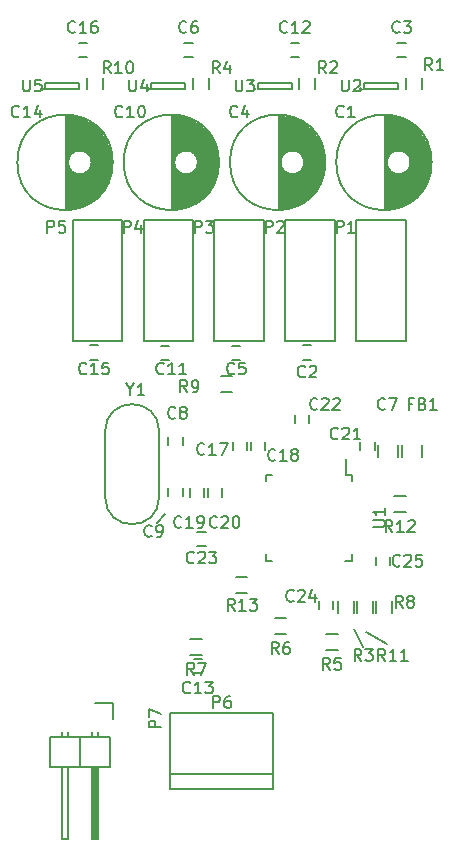
<source format=gto>
G04 #@! TF.FileFunction,Legend,Top*
%FSLAX46Y46*%
G04 Gerber Fmt 4.6, Leading zero omitted, Abs format (unit mm)*
G04 Created by KiCad (PCBNEW 4.0.4+dfsg1-stable) date Sun Aug 27 23:53:47 2017*
%MOMM*%
%LPD*%
G01*
G04 APERTURE LIST*
%ADD10C,0.100000*%
%ADD11C,0.200000*%
%ADD12C,0.150000*%
G04 APERTURE END LIST*
D10*
D11*
X105000000Y-120500000D02*
X105750000Y-119750000D01*
X124500000Y-130750000D02*
X122750000Y-129750000D01*
X122500000Y-131000000D02*
X121750000Y-129500000D01*
D12*
X120100000Y-94875000D02*
X120100000Y-105125000D01*
X115900000Y-94875000D02*
X115900000Y-105125000D01*
X120100000Y-94875000D02*
X115900000Y-94875000D01*
X120100000Y-105125000D02*
X115900000Y-105125000D01*
X109158520Y-122520000D02*
X108458520Y-122520000D01*
X108458520Y-121320000D02*
X109158520Y-121320000D01*
X104400000Y-83800000D02*
G75*
G03X104400000Y-83800000I-100000J0D01*
G01*
X104550000Y-83250000D02*
X104550000Y-83750000D01*
X107450000Y-83250000D02*
X104550000Y-83250000D01*
X107450000Y-83750000D02*
X107450000Y-83250000D01*
X104550000Y-83750000D02*
X107450000Y-83750000D01*
X95400000Y-83800000D02*
G75*
G03X95400000Y-83800000I-100000J0D01*
G01*
X95550000Y-83250000D02*
X95550000Y-83750000D01*
X98450000Y-83250000D02*
X95550000Y-83250000D01*
X98450000Y-83750000D02*
X98450000Y-83250000D01*
X95550000Y-83750000D02*
X98450000Y-83750000D01*
X122400000Y-83800000D02*
G75*
G03X122400000Y-83800000I-100000J0D01*
G01*
X122550000Y-83250000D02*
X122550000Y-83750000D01*
X125450000Y-83250000D02*
X122550000Y-83250000D01*
X125450000Y-83750000D02*
X125450000Y-83250000D01*
X122550000Y-83750000D02*
X125450000Y-83750000D01*
X113400000Y-83800000D02*
G75*
G03X113400000Y-83800000I-100000J0D01*
G01*
X113550000Y-83250000D02*
X113550000Y-83750000D01*
X116450000Y-83250000D02*
X113550000Y-83250000D01*
X116450000Y-83750000D02*
X116450000Y-83250000D01*
X113550000Y-83750000D02*
X116450000Y-83750000D01*
X101350000Y-135800000D02*
X99800000Y-135800000D01*
X101350000Y-137100000D02*
X101350000Y-135800000D01*
X99927000Y-141291000D02*
X99927000Y-147133000D01*
X99927000Y-147133000D02*
X99673000Y-147133000D01*
X99673000Y-147133000D02*
X99673000Y-141291000D01*
X99673000Y-141291000D02*
X99800000Y-141291000D01*
X99800000Y-141291000D02*
X99800000Y-147133000D01*
X100054000Y-138624000D02*
X100054000Y-138243000D01*
X99546000Y-138624000D02*
X99546000Y-138243000D01*
X97514000Y-138624000D02*
X97514000Y-138243000D01*
X97006000Y-138624000D02*
X97006000Y-138243000D01*
X101070000Y-138624000D02*
X101070000Y-141164000D01*
X98530000Y-138624000D02*
X98530000Y-141164000D01*
X98530000Y-138624000D02*
X95990000Y-138624000D01*
X95990000Y-138624000D02*
X95990000Y-141164000D01*
X97514000Y-141164000D02*
X97514000Y-147260000D01*
X97514000Y-147260000D02*
X97006000Y-147260000D01*
X97006000Y-147260000D02*
X97006000Y-141164000D01*
X95990000Y-141164000D02*
X98530000Y-141164000D01*
X98530000Y-141164000D02*
X101070000Y-141164000D01*
X99546000Y-147260000D02*
X99546000Y-141164000D01*
X100054000Y-147260000D02*
X99546000Y-147260000D01*
X100054000Y-141164000D02*
X100054000Y-147260000D01*
X98530000Y-138624000D02*
X98530000Y-141164000D01*
X101070000Y-138624000D02*
X98530000Y-138624000D01*
X126125000Y-83825000D02*
X126125000Y-82825000D01*
X127475000Y-82825000D02*
X127475000Y-83825000D01*
X117075000Y-83825000D02*
X117075000Y-82825000D01*
X118425000Y-82825000D02*
X118425000Y-83825000D01*
X121675000Y-127150000D02*
X121675000Y-128150000D01*
X120325000Y-128150000D02*
X120325000Y-127150000D01*
X108075000Y-83825000D02*
X108075000Y-82825000D01*
X109425000Y-82825000D02*
X109425000Y-83825000D01*
X119350000Y-129925000D02*
X120350000Y-129925000D01*
X120350000Y-131275000D02*
X119350000Y-131275000D01*
X115000000Y-128600000D02*
X116000000Y-128600000D01*
X116000000Y-129950000D02*
X115000000Y-129950000D01*
X107850000Y-130355000D02*
X108850000Y-130355000D01*
X108850000Y-131705000D02*
X107850000Y-131705000D01*
X123550000Y-128150000D02*
X123550000Y-127150000D01*
X124900000Y-127150000D02*
X124900000Y-128150000D01*
X110426880Y-108103040D02*
X111426880Y-108103040D01*
X111426880Y-109453040D02*
X110426880Y-109453040D01*
X99100000Y-83825000D02*
X99100000Y-82825000D01*
X100450000Y-82825000D02*
X100450000Y-83825000D01*
X123300000Y-127150000D02*
X123300000Y-128150000D01*
X121950000Y-128150000D02*
X121950000Y-127150000D01*
X125100000Y-118275000D02*
X126100000Y-118275000D01*
X126100000Y-119625000D02*
X125100000Y-119625000D01*
X112700000Y-126475000D02*
X111700000Y-126475000D01*
X111700000Y-125125000D02*
X112700000Y-125125000D01*
X121506400Y-116471280D02*
X121081400Y-116471280D01*
X121506400Y-123721280D02*
X120981400Y-123721280D01*
X114256400Y-123721280D02*
X114781400Y-123721280D01*
X114256400Y-116471280D02*
X114781400Y-116471280D01*
X121506400Y-116471280D02*
X121506400Y-116996280D01*
X114256400Y-116471280D02*
X114256400Y-116996280D01*
X114256400Y-123721280D02*
X114256400Y-123196280D01*
X121506400Y-123721280D02*
X121506400Y-123196280D01*
X121081400Y-116471280D02*
X121081400Y-115096280D01*
X108100000Y-94875000D02*
X108100000Y-105125000D01*
X103900000Y-94875000D02*
X103900000Y-105125000D01*
X108100000Y-94875000D02*
X103900000Y-94875000D01*
X108100000Y-105125000D02*
X103900000Y-105125000D01*
X102100000Y-94875000D02*
X102100000Y-105125000D01*
X97900000Y-94875000D02*
X97900000Y-105125000D01*
X102100000Y-94875000D02*
X97900000Y-94875000D01*
X102100000Y-105125000D02*
X97900000Y-105125000D01*
X114100000Y-94875000D02*
X114100000Y-105125000D01*
X109900000Y-94875000D02*
X109900000Y-105125000D01*
X114100000Y-94875000D02*
X109900000Y-94875000D01*
X114100000Y-105125000D02*
X109900000Y-105125000D01*
X126100000Y-94875000D02*
X126100000Y-105125000D01*
X121900000Y-94875000D02*
X121900000Y-105125000D01*
X126100000Y-94875000D02*
X121900000Y-94875000D01*
X126100000Y-105125000D02*
X121900000Y-105125000D01*
X124800000Y-123425000D02*
X124800000Y-124125000D01*
X123600000Y-124125000D02*
X123600000Y-123425000D01*
X119950000Y-127150000D02*
X119950000Y-127850000D01*
X118750000Y-127850000D02*
X118750000Y-127150000D01*
X116740380Y-112107460D02*
X116740380Y-111407460D01*
X117940380Y-111407460D02*
X117940380Y-112107460D01*
X122262340Y-114345200D02*
X122262340Y-113645200D01*
X123462340Y-113645200D02*
X123462340Y-114345200D01*
X109321040Y-118305060D02*
X109321040Y-117605060D01*
X110521040Y-117605060D02*
X110521040Y-118305060D01*
X107802120Y-118305060D02*
X107802120Y-117605060D01*
X109002120Y-117605060D02*
X109002120Y-118305060D01*
X112979440Y-114369020D02*
X112979440Y-113669020D01*
X114179440Y-113669020D02*
X114179440Y-114369020D01*
X111445280Y-114369020D02*
X111445280Y-113669020D01*
X112645280Y-113669020D02*
X112645280Y-114369020D01*
X98400000Y-79900000D02*
X99100000Y-79900000D01*
X99100000Y-81100000D02*
X98400000Y-81100000D01*
X99350000Y-105500000D02*
X100050000Y-105500000D01*
X100050000Y-106700000D02*
X99350000Y-106700000D01*
X108843590Y-133211730D02*
X108143590Y-133211730D01*
X108143590Y-132011730D02*
X108843590Y-132011730D01*
X116350000Y-79900000D02*
X117050000Y-79900000D01*
X117050000Y-81100000D02*
X116350000Y-81100000D01*
X105350000Y-105550000D02*
X106050000Y-105550000D01*
X106050000Y-106750000D02*
X105350000Y-106750000D01*
X107208880Y-117566960D02*
X107208880Y-118266960D01*
X106008880Y-118266960D02*
X106008880Y-117566960D01*
X106008880Y-113948960D02*
X106008880Y-113248960D01*
X107208880Y-113248960D02*
X107208880Y-113948960D01*
X107350000Y-79900000D02*
X108050000Y-79900000D01*
X108050000Y-81100000D02*
X107350000Y-81100000D01*
X111400000Y-105550000D02*
X112100000Y-105550000D01*
X112100000Y-106750000D02*
X111400000Y-106750000D01*
X125400000Y-79900000D02*
X126100000Y-79900000D01*
X126100000Y-81100000D02*
X125400000Y-81100000D01*
X117400000Y-105500000D02*
X118100000Y-105500000D01*
X118100000Y-106700000D02*
X117400000Y-106700000D01*
X124990000Y-92270000D02*
X124990000Y-92260000D01*
X124990000Y-91630000D02*
X124990000Y-92270000D01*
X124880000Y-90830000D02*
X124990000Y-91630000D01*
X124890000Y-93860000D02*
X124880000Y-90830000D01*
X124740000Y-94000000D02*
X124890000Y-93860000D01*
X124740000Y-90770000D02*
X124740000Y-94000000D01*
X124600000Y-90510000D02*
X124740000Y-90770000D01*
X124590000Y-94030000D02*
X124600000Y-90510000D01*
X124880000Y-89120000D02*
X124880000Y-89140000D01*
X124880000Y-86120000D02*
X124880000Y-89120000D01*
X124730000Y-86060000D02*
X124880000Y-86120000D01*
X124740000Y-89290000D02*
X124730000Y-86060000D01*
X124610000Y-89480000D02*
X124740000Y-89290000D01*
X124600000Y-86010000D02*
X124610000Y-89480000D01*
X124325000Y-86001000D02*
X124325000Y-93999000D01*
X124465000Y-86006000D02*
X124465000Y-93994000D01*
X125025000Y-86076000D02*
X125030000Y-89130000D01*
X125050000Y-90900000D02*
X125025000Y-93924000D01*
X125165000Y-86106000D02*
X125170000Y-89070000D01*
X125150000Y-90950000D02*
X125165000Y-93894000D01*
X125305000Y-86142000D02*
X125310000Y-88960000D01*
X125300000Y-90980000D02*
X125305000Y-93858000D01*
X125445000Y-86183000D02*
X125450000Y-89000000D01*
X125430000Y-91010000D02*
X125445000Y-93817000D01*
X125585000Y-86229000D02*
X125590000Y-88960000D01*
X125570000Y-91010000D02*
X125585000Y-93771000D01*
X125725000Y-86282000D02*
X125725000Y-89039000D01*
X125720000Y-91020000D02*
X125725000Y-93718000D01*
X125865000Y-86341000D02*
X125865000Y-89009000D01*
X125865000Y-90991000D02*
X125865000Y-93659000D01*
X126005000Y-86406000D02*
X126000000Y-89120000D01*
X126000000Y-90880000D02*
X126005000Y-93594000D01*
X126145000Y-86477000D02*
X126130000Y-89170000D01*
X126150000Y-90800000D02*
X126145000Y-93523000D01*
X126285000Y-86556000D02*
X126280000Y-89330000D01*
X126300000Y-90630000D02*
X126285000Y-93444000D01*
X126425000Y-86643000D02*
X126430000Y-89560000D01*
X126430000Y-90420000D02*
X126425000Y-93357000D01*
X126565000Y-86738000D02*
X126565000Y-89175000D01*
X126570000Y-89200000D02*
X126565000Y-93262000D01*
X126705000Y-86842000D02*
X126705000Y-89291000D01*
X126710000Y-89320000D02*
X126705000Y-93158000D01*
X126845000Y-86956000D02*
X126850000Y-90560000D01*
X126845000Y-90535000D02*
X126845000Y-93044000D01*
X126985000Y-87081000D02*
X126985000Y-89827000D01*
X126980000Y-89790000D02*
X126985000Y-92919000D01*
X127125000Y-87219000D02*
X127125000Y-92781000D01*
X127265000Y-87371000D02*
X127265000Y-92629000D01*
X127405000Y-87541000D02*
X127405000Y-92459000D01*
X127545000Y-87732000D02*
X127545000Y-92268000D01*
X127685000Y-87950000D02*
X127685000Y-92050000D01*
X127825000Y-88206000D02*
X127825000Y-91794000D01*
X127965000Y-88517000D02*
X127965000Y-91483000D01*
X128080000Y-88850000D02*
X128090000Y-91150000D01*
X128200000Y-89330000D02*
X128220000Y-90620000D01*
X126500000Y-90000000D02*
G75*
G03X126500000Y-90000000I-1000000J0D01*
G01*
X128287500Y-90000000D02*
G75*
G03X128287500Y-90000000I-4037500J0D01*
G01*
X97990000Y-92270000D02*
X97990000Y-92260000D01*
X97990000Y-91630000D02*
X97990000Y-92270000D01*
X97880000Y-90830000D02*
X97990000Y-91630000D01*
X97890000Y-93860000D02*
X97880000Y-90830000D01*
X97740000Y-94000000D02*
X97890000Y-93860000D01*
X97740000Y-90770000D02*
X97740000Y-94000000D01*
X97600000Y-90510000D02*
X97740000Y-90770000D01*
X97590000Y-94030000D02*
X97600000Y-90510000D01*
X97880000Y-89120000D02*
X97880000Y-89140000D01*
X97880000Y-86120000D02*
X97880000Y-89120000D01*
X97730000Y-86060000D02*
X97880000Y-86120000D01*
X97740000Y-89290000D02*
X97730000Y-86060000D01*
X97610000Y-89480000D02*
X97740000Y-89290000D01*
X97600000Y-86010000D02*
X97610000Y-89480000D01*
X97325000Y-86001000D02*
X97325000Y-93999000D01*
X97465000Y-86006000D02*
X97465000Y-93994000D01*
X98025000Y-86076000D02*
X98030000Y-89130000D01*
X98050000Y-90900000D02*
X98025000Y-93924000D01*
X98165000Y-86106000D02*
X98170000Y-89070000D01*
X98150000Y-90950000D02*
X98165000Y-93894000D01*
X98305000Y-86142000D02*
X98310000Y-88960000D01*
X98300000Y-90980000D02*
X98305000Y-93858000D01*
X98445000Y-86183000D02*
X98450000Y-89000000D01*
X98430000Y-91010000D02*
X98445000Y-93817000D01*
X98585000Y-86229000D02*
X98590000Y-88960000D01*
X98570000Y-91010000D02*
X98585000Y-93771000D01*
X98725000Y-86282000D02*
X98725000Y-89039000D01*
X98720000Y-91020000D02*
X98725000Y-93718000D01*
X98865000Y-86341000D02*
X98865000Y-89009000D01*
X98865000Y-90991000D02*
X98865000Y-93659000D01*
X99005000Y-86406000D02*
X99000000Y-89120000D01*
X99000000Y-90880000D02*
X99005000Y-93594000D01*
X99145000Y-86477000D02*
X99130000Y-89170000D01*
X99150000Y-90800000D02*
X99145000Y-93523000D01*
X99285000Y-86556000D02*
X99280000Y-89330000D01*
X99300000Y-90630000D02*
X99285000Y-93444000D01*
X99425000Y-86643000D02*
X99430000Y-89560000D01*
X99430000Y-90420000D02*
X99425000Y-93357000D01*
X99565000Y-86738000D02*
X99565000Y-89175000D01*
X99570000Y-89200000D02*
X99565000Y-93262000D01*
X99705000Y-86842000D02*
X99705000Y-89291000D01*
X99710000Y-89320000D02*
X99705000Y-93158000D01*
X99845000Y-86956000D02*
X99850000Y-90560000D01*
X99845000Y-90535000D02*
X99845000Y-93044000D01*
X99985000Y-87081000D02*
X99985000Y-89827000D01*
X99980000Y-89790000D02*
X99985000Y-92919000D01*
X100125000Y-87219000D02*
X100125000Y-92781000D01*
X100265000Y-87371000D02*
X100265000Y-92629000D01*
X100405000Y-87541000D02*
X100405000Y-92459000D01*
X100545000Y-87732000D02*
X100545000Y-92268000D01*
X100685000Y-87950000D02*
X100685000Y-92050000D01*
X100825000Y-88206000D02*
X100825000Y-91794000D01*
X100965000Y-88517000D02*
X100965000Y-91483000D01*
X101080000Y-88850000D02*
X101090000Y-91150000D01*
X101200000Y-89330000D02*
X101220000Y-90620000D01*
X99500000Y-90000000D02*
G75*
G03X99500000Y-90000000I-1000000J0D01*
G01*
X101287500Y-90000000D02*
G75*
G03X101287500Y-90000000I-4037500J0D01*
G01*
X106990000Y-92270000D02*
X106990000Y-92260000D01*
X106990000Y-91630000D02*
X106990000Y-92270000D01*
X106880000Y-90830000D02*
X106990000Y-91630000D01*
X106890000Y-93860000D02*
X106880000Y-90830000D01*
X106740000Y-94000000D02*
X106890000Y-93860000D01*
X106740000Y-90770000D02*
X106740000Y-94000000D01*
X106600000Y-90510000D02*
X106740000Y-90770000D01*
X106590000Y-94030000D02*
X106600000Y-90510000D01*
X106880000Y-89120000D02*
X106880000Y-89140000D01*
X106880000Y-86120000D02*
X106880000Y-89120000D01*
X106730000Y-86060000D02*
X106880000Y-86120000D01*
X106740000Y-89290000D02*
X106730000Y-86060000D01*
X106610000Y-89480000D02*
X106740000Y-89290000D01*
X106600000Y-86010000D02*
X106610000Y-89480000D01*
X106325000Y-86001000D02*
X106325000Y-93999000D01*
X106465000Y-86006000D02*
X106465000Y-93994000D01*
X107025000Y-86076000D02*
X107030000Y-89130000D01*
X107050000Y-90900000D02*
X107025000Y-93924000D01*
X107165000Y-86106000D02*
X107170000Y-89070000D01*
X107150000Y-90950000D02*
X107165000Y-93894000D01*
X107305000Y-86142000D02*
X107310000Y-88960000D01*
X107300000Y-90980000D02*
X107305000Y-93858000D01*
X107445000Y-86183000D02*
X107450000Y-89000000D01*
X107430000Y-91010000D02*
X107445000Y-93817000D01*
X107585000Y-86229000D02*
X107590000Y-88960000D01*
X107570000Y-91010000D02*
X107585000Y-93771000D01*
X107725000Y-86282000D02*
X107725000Y-89039000D01*
X107720000Y-91020000D02*
X107725000Y-93718000D01*
X107865000Y-86341000D02*
X107865000Y-89009000D01*
X107865000Y-90991000D02*
X107865000Y-93659000D01*
X108005000Y-86406000D02*
X108000000Y-89120000D01*
X108000000Y-90880000D02*
X108005000Y-93594000D01*
X108145000Y-86477000D02*
X108130000Y-89170000D01*
X108150000Y-90800000D02*
X108145000Y-93523000D01*
X108285000Y-86556000D02*
X108280000Y-89330000D01*
X108300000Y-90630000D02*
X108285000Y-93444000D01*
X108425000Y-86643000D02*
X108430000Y-89560000D01*
X108430000Y-90420000D02*
X108425000Y-93357000D01*
X108565000Y-86738000D02*
X108565000Y-89175000D01*
X108570000Y-89200000D02*
X108565000Y-93262000D01*
X108705000Y-86842000D02*
X108705000Y-89291000D01*
X108710000Y-89320000D02*
X108705000Y-93158000D01*
X108845000Y-86956000D02*
X108850000Y-90560000D01*
X108845000Y-90535000D02*
X108845000Y-93044000D01*
X108985000Y-87081000D02*
X108985000Y-89827000D01*
X108980000Y-89790000D02*
X108985000Y-92919000D01*
X109125000Y-87219000D02*
X109125000Y-92781000D01*
X109265000Y-87371000D02*
X109265000Y-92629000D01*
X109405000Y-87541000D02*
X109405000Y-92459000D01*
X109545000Y-87732000D02*
X109545000Y-92268000D01*
X109685000Y-87950000D02*
X109685000Y-92050000D01*
X109825000Y-88206000D02*
X109825000Y-91794000D01*
X109965000Y-88517000D02*
X109965000Y-91483000D01*
X110080000Y-88850000D02*
X110090000Y-91150000D01*
X110200000Y-89330000D02*
X110220000Y-90620000D01*
X108500000Y-90000000D02*
G75*
G03X108500000Y-90000000I-1000000J0D01*
G01*
X110287500Y-90000000D02*
G75*
G03X110287500Y-90000000I-4037500J0D01*
G01*
X115990000Y-92270000D02*
X115990000Y-92260000D01*
X115990000Y-91630000D02*
X115990000Y-92270000D01*
X115880000Y-90830000D02*
X115990000Y-91630000D01*
X115890000Y-93860000D02*
X115880000Y-90830000D01*
X115740000Y-94000000D02*
X115890000Y-93860000D01*
X115740000Y-90770000D02*
X115740000Y-94000000D01*
X115600000Y-90510000D02*
X115740000Y-90770000D01*
X115590000Y-94030000D02*
X115600000Y-90510000D01*
X115880000Y-89120000D02*
X115880000Y-89140000D01*
X115880000Y-86120000D02*
X115880000Y-89120000D01*
X115730000Y-86060000D02*
X115880000Y-86120000D01*
X115740000Y-89290000D02*
X115730000Y-86060000D01*
X115610000Y-89480000D02*
X115740000Y-89290000D01*
X115600000Y-86010000D02*
X115610000Y-89480000D01*
X115325000Y-86001000D02*
X115325000Y-93999000D01*
X115465000Y-86006000D02*
X115465000Y-93994000D01*
X116025000Y-86076000D02*
X116030000Y-89130000D01*
X116050000Y-90900000D02*
X116025000Y-93924000D01*
X116165000Y-86106000D02*
X116170000Y-89070000D01*
X116150000Y-90950000D02*
X116165000Y-93894000D01*
X116305000Y-86142000D02*
X116310000Y-88960000D01*
X116300000Y-90980000D02*
X116305000Y-93858000D01*
X116445000Y-86183000D02*
X116450000Y-89000000D01*
X116430000Y-91010000D02*
X116445000Y-93817000D01*
X116585000Y-86229000D02*
X116590000Y-88960000D01*
X116570000Y-91010000D02*
X116585000Y-93771000D01*
X116725000Y-86282000D02*
X116725000Y-89039000D01*
X116720000Y-91020000D02*
X116725000Y-93718000D01*
X116865000Y-86341000D02*
X116865000Y-89009000D01*
X116865000Y-90991000D02*
X116865000Y-93659000D01*
X117005000Y-86406000D02*
X117000000Y-89120000D01*
X117000000Y-90880000D02*
X117005000Y-93594000D01*
X117145000Y-86477000D02*
X117130000Y-89170000D01*
X117150000Y-90800000D02*
X117145000Y-93523000D01*
X117285000Y-86556000D02*
X117280000Y-89330000D01*
X117300000Y-90630000D02*
X117285000Y-93444000D01*
X117425000Y-86643000D02*
X117430000Y-89560000D01*
X117430000Y-90420000D02*
X117425000Y-93357000D01*
X117565000Y-86738000D02*
X117565000Y-89175000D01*
X117570000Y-89200000D02*
X117565000Y-93262000D01*
X117705000Y-86842000D02*
X117705000Y-89291000D01*
X117710000Y-89320000D02*
X117705000Y-93158000D01*
X117845000Y-86956000D02*
X117850000Y-90560000D01*
X117845000Y-90535000D02*
X117845000Y-93044000D01*
X117985000Y-87081000D02*
X117985000Y-89827000D01*
X117980000Y-89790000D02*
X117985000Y-92919000D01*
X118125000Y-87219000D02*
X118125000Y-92781000D01*
X118265000Y-87371000D02*
X118265000Y-92629000D01*
X118405000Y-87541000D02*
X118405000Y-92459000D01*
X118545000Y-87732000D02*
X118545000Y-92268000D01*
X118685000Y-87950000D02*
X118685000Y-92050000D01*
X118825000Y-88206000D02*
X118825000Y-91794000D01*
X118965000Y-88517000D02*
X118965000Y-91483000D01*
X119080000Y-88850000D02*
X119090000Y-91150000D01*
X119200000Y-89330000D02*
X119220000Y-90620000D01*
X117500000Y-90000000D02*
G75*
G03X117500000Y-90000000I-1000000J0D01*
G01*
X119287500Y-90000000D02*
G75*
G03X119287500Y-90000000I-4037500J0D01*
G01*
X106179100Y-143017460D02*
X114879100Y-143017460D01*
X106179100Y-136612460D02*
X114879100Y-136612460D01*
X114879100Y-136612460D02*
X114879100Y-143017460D01*
X114879100Y-141787460D02*
X106179100Y-141787460D01*
X106179100Y-143017460D02*
X106179100Y-136612460D01*
X100644960Y-118348760D02*
G75*
G03X105216960Y-118348760I2286000J0D01*
G01*
X105216960Y-112760760D02*
G75*
G03X100644960Y-112760760I-2286000J0D01*
G01*
X100644960Y-112760760D02*
X100644960Y-118348760D01*
X105216960Y-112760760D02*
X105216960Y-118348760D01*
X123747160Y-113937160D02*
X123747160Y-114937160D01*
X125447160Y-114937160D02*
X125447160Y-113937160D01*
X127500000Y-114950000D02*
X127500000Y-113950000D01*
X125800000Y-113950000D02*
X125800000Y-114950000D01*
X114261905Y-95952381D02*
X114261905Y-94952381D01*
X114642858Y-94952381D01*
X114738096Y-95000000D01*
X114785715Y-95047619D01*
X114833334Y-95142857D01*
X114833334Y-95285714D01*
X114785715Y-95380952D01*
X114738096Y-95428571D01*
X114642858Y-95476190D01*
X114261905Y-95476190D01*
X115214286Y-95047619D02*
X115261905Y-95000000D01*
X115357143Y-94952381D01*
X115595239Y-94952381D01*
X115690477Y-95000000D01*
X115738096Y-95047619D01*
X115785715Y-95142857D01*
X115785715Y-95238095D01*
X115738096Y-95380952D01*
X115166667Y-95952381D01*
X115785715Y-95952381D01*
X108165663Y-123857143D02*
X108118044Y-123904762D01*
X107975187Y-123952381D01*
X107879949Y-123952381D01*
X107737091Y-123904762D01*
X107641853Y-123809524D01*
X107594234Y-123714286D01*
X107546615Y-123523810D01*
X107546615Y-123380952D01*
X107594234Y-123190476D01*
X107641853Y-123095238D01*
X107737091Y-123000000D01*
X107879949Y-122952381D01*
X107975187Y-122952381D01*
X108118044Y-123000000D01*
X108165663Y-123047619D01*
X108546615Y-123047619D02*
X108594234Y-123000000D01*
X108689472Y-122952381D01*
X108927568Y-122952381D01*
X109022806Y-123000000D01*
X109070425Y-123047619D01*
X109118044Y-123142857D01*
X109118044Y-123238095D01*
X109070425Y-123380952D01*
X108498996Y-123952381D01*
X109118044Y-123952381D01*
X109451377Y-122952381D02*
X110070425Y-122952381D01*
X109737091Y-123333333D01*
X109879949Y-123333333D01*
X109975187Y-123380952D01*
X110022806Y-123428571D01*
X110070425Y-123523810D01*
X110070425Y-123761905D01*
X110022806Y-123857143D01*
X109975187Y-123904762D01*
X109879949Y-123952381D01*
X109594234Y-123952381D01*
X109498996Y-123904762D01*
X109451377Y-123857143D01*
X102688095Y-83002381D02*
X102688095Y-83811905D01*
X102735714Y-83907143D01*
X102783333Y-83954762D01*
X102878571Y-84002381D01*
X103069048Y-84002381D01*
X103164286Y-83954762D01*
X103211905Y-83907143D01*
X103259524Y-83811905D01*
X103259524Y-83002381D01*
X104164286Y-83335714D02*
X104164286Y-84002381D01*
X103926190Y-82954762D02*
X103688095Y-83669048D01*
X104307143Y-83669048D01*
X93688095Y-83002381D02*
X93688095Y-83811905D01*
X93735714Y-83907143D01*
X93783333Y-83954762D01*
X93878571Y-84002381D01*
X94069048Y-84002381D01*
X94164286Y-83954762D01*
X94211905Y-83907143D01*
X94259524Y-83811905D01*
X94259524Y-83002381D01*
X95211905Y-83002381D02*
X94735714Y-83002381D01*
X94688095Y-83478571D01*
X94735714Y-83430952D01*
X94830952Y-83383333D01*
X95069048Y-83383333D01*
X95164286Y-83430952D01*
X95211905Y-83478571D01*
X95259524Y-83573810D01*
X95259524Y-83811905D01*
X95211905Y-83907143D01*
X95164286Y-83954762D01*
X95069048Y-84002381D01*
X94830952Y-84002381D01*
X94735714Y-83954762D01*
X94688095Y-83907143D01*
X120688095Y-83002381D02*
X120688095Y-83811905D01*
X120735714Y-83907143D01*
X120783333Y-83954762D01*
X120878571Y-84002381D01*
X121069048Y-84002381D01*
X121164286Y-83954762D01*
X121211905Y-83907143D01*
X121259524Y-83811905D01*
X121259524Y-83002381D01*
X121688095Y-83097619D02*
X121735714Y-83050000D01*
X121830952Y-83002381D01*
X122069048Y-83002381D01*
X122164286Y-83050000D01*
X122211905Y-83097619D01*
X122259524Y-83192857D01*
X122259524Y-83288095D01*
X122211905Y-83430952D01*
X121640476Y-84002381D01*
X122259524Y-84002381D01*
X111688095Y-83002381D02*
X111688095Y-83811905D01*
X111735714Y-83907143D01*
X111783333Y-83954762D01*
X111878571Y-84002381D01*
X112069048Y-84002381D01*
X112164286Y-83954762D01*
X112211905Y-83907143D01*
X112259524Y-83811905D01*
X112259524Y-83002381D01*
X112640476Y-83002381D02*
X113259524Y-83002381D01*
X112926190Y-83383333D01*
X113069048Y-83383333D01*
X113164286Y-83430952D01*
X113211905Y-83478571D01*
X113259524Y-83573810D01*
X113259524Y-83811905D01*
X113211905Y-83907143D01*
X113164286Y-83954762D01*
X113069048Y-84002381D01*
X112783333Y-84002381D01*
X112688095Y-83954762D01*
X112640476Y-83907143D01*
X105352381Y-137838095D02*
X104352381Y-137838095D01*
X104352381Y-137457142D01*
X104400000Y-137361904D01*
X104447619Y-137314285D01*
X104542857Y-137266666D01*
X104685714Y-137266666D01*
X104780952Y-137314285D01*
X104828571Y-137361904D01*
X104876190Y-137457142D01*
X104876190Y-137838095D01*
X104352381Y-136933333D02*
X104352381Y-136266666D01*
X105352381Y-136695238D01*
X128333334Y-82202381D02*
X128000000Y-81726190D01*
X127761905Y-82202381D02*
X127761905Y-81202381D01*
X128142858Y-81202381D01*
X128238096Y-81250000D01*
X128285715Y-81297619D01*
X128333334Y-81392857D01*
X128333334Y-81535714D01*
X128285715Y-81630952D01*
X128238096Y-81678571D01*
X128142858Y-81726190D01*
X127761905Y-81726190D01*
X129285715Y-82202381D02*
X128714286Y-82202381D01*
X129000000Y-82202381D02*
X129000000Y-81202381D01*
X128904762Y-81345238D01*
X128809524Y-81440476D01*
X128714286Y-81488095D01*
X119333334Y-82452381D02*
X119000000Y-81976190D01*
X118761905Y-82452381D02*
X118761905Y-81452381D01*
X119142858Y-81452381D01*
X119238096Y-81500000D01*
X119285715Y-81547619D01*
X119333334Y-81642857D01*
X119333334Y-81785714D01*
X119285715Y-81880952D01*
X119238096Y-81928571D01*
X119142858Y-81976190D01*
X118761905Y-81976190D01*
X119714286Y-81547619D02*
X119761905Y-81500000D01*
X119857143Y-81452381D01*
X120095239Y-81452381D01*
X120190477Y-81500000D01*
X120238096Y-81547619D01*
X120285715Y-81642857D01*
X120285715Y-81738095D01*
X120238096Y-81880952D01*
X119666667Y-82452381D01*
X120285715Y-82452381D01*
X122333334Y-132202381D02*
X122000000Y-131726190D01*
X121761905Y-132202381D02*
X121761905Y-131202381D01*
X122142858Y-131202381D01*
X122238096Y-131250000D01*
X122285715Y-131297619D01*
X122333334Y-131392857D01*
X122333334Y-131535714D01*
X122285715Y-131630952D01*
X122238096Y-131678571D01*
X122142858Y-131726190D01*
X121761905Y-131726190D01*
X122666667Y-131202381D02*
X123285715Y-131202381D01*
X122952381Y-131583333D01*
X123095239Y-131583333D01*
X123190477Y-131630952D01*
X123238096Y-131678571D01*
X123285715Y-131773810D01*
X123285715Y-132011905D01*
X123238096Y-132107143D01*
X123190477Y-132154762D01*
X123095239Y-132202381D01*
X122809524Y-132202381D01*
X122714286Y-132154762D01*
X122666667Y-132107143D01*
X110333334Y-82452381D02*
X110000000Y-81976190D01*
X109761905Y-82452381D02*
X109761905Y-81452381D01*
X110142858Y-81452381D01*
X110238096Y-81500000D01*
X110285715Y-81547619D01*
X110333334Y-81642857D01*
X110333334Y-81785714D01*
X110285715Y-81880952D01*
X110238096Y-81928571D01*
X110142858Y-81976190D01*
X109761905Y-81976190D01*
X111190477Y-81785714D02*
X111190477Y-82452381D01*
X110952381Y-81404762D02*
X110714286Y-82119048D01*
X111333334Y-82119048D01*
X119683334Y-132952381D02*
X119350000Y-132476190D01*
X119111905Y-132952381D02*
X119111905Y-131952381D01*
X119492858Y-131952381D01*
X119588096Y-132000000D01*
X119635715Y-132047619D01*
X119683334Y-132142857D01*
X119683334Y-132285714D01*
X119635715Y-132380952D01*
X119588096Y-132428571D01*
X119492858Y-132476190D01*
X119111905Y-132476190D01*
X120588096Y-131952381D02*
X120111905Y-131952381D01*
X120064286Y-132428571D01*
X120111905Y-132380952D01*
X120207143Y-132333333D01*
X120445239Y-132333333D01*
X120540477Y-132380952D01*
X120588096Y-132428571D01*
X120635715Y-132523810D01*
X120635715Y-132761905D01*
X120588096Y-132857143D01*
X120540477Y-132904762D01*
X120445239Y-132952381D01*
X120207143Y-132952381D01*
X120111905Y-132904762D01*
X120064286Y-132857143D01*
X115333334Y-131627381D02*
X115000000Y-131151190D01*
X114761905Y-131627381D02*
X114761905Y-130627381D01*
X115142858Y-130627381D01*
X115238096Y-130675000D01*
X115285715Y-130722619D01*
X115333334Y-130817857D01*
X115333334Y-130960714D01*
X115285715Y-131055952D01*
X115238096Y-131103571D01*
X115142858Y-131151190D01*
X114761905Y-131151190D01*
X116190477Y-130627381D02*
X116000000Y-130627381D01*
X115904762Y-130675000D01*
X115857143Y-130722619D01*
X115761905Y-130865476D01*
X115714286Y-131055952D01*
X115714286Y-131436905D01*
X115761905Y-131532143D01*
X115809524Y-131579762D01*
X115904762Y-131627381D01*
X116095239Y-131627381D01*
X116190477Y-131579762D01*
X116238096Y-131532143D01*
X116285715Y-131436905D01*
X116285715Y-131198810D01*
X116238096Y-131103571D01*
X116190477Y-131055952D01*
X116095239Y-131008333D01*
X115904762Y-131008333D01*
X115809524Y-131055952D01*
X115761905Y-131103571D01*
X115714286Y-131198810D01*
X108183334Y-133382381D02*
X107850000Y-132906190D01*
X107611905Y-133382381D02*
X107611905Y-132382381D01*
X107992858Y-132382381D01*
X108088096Y-132430000D01*
X108135715Y-132477619D01*
X108183334Y-132572857D01*
X108183334Y-132715714D01*
X108135715Y-132810952D01*
X108088096Y-132858571D01*
X107992858Y-132906190D01*
X107611905Y-132906190D01*
X108516667Y-132382381D02*
X109183334Y-132382381D01*
X108754762Y-133382381D01*
X125833334Y-127702381D02*
X125500000Y-127226190D01*
X125261905Y-127702381D02*
X125261905Y-126702381D01*
X125642858Y-126702381D01*
X125738096Y-126750000D01*
X125785715Y-126797619D01*
X125833334Y-126892857D01*
X125833334Y-127035714D01*
X125785715Y-127130952D01*
X125738096Y-127178571D01*
X125642858Y-127226190D01*
X125261905Y-127226190D01*
X126404762Y-127130952D02*
X126309524Y-127083333D01*
X126261905Y-127035714D01*
X126214286Y-126940476D01*
X126214286Y-126892857D01*
X126261905Y-126797619D01*
X126309524Y-126750000D01*
X126404762Y-126702381D01*
X126595239Y-126702381D01*
X126690477Y-126750000D01*
X126738096Y-126797619D01*
X126785715Y-126892857D01*
X126785715Y-126940476D01*
X126738096Y-127035714D01*
X126690477Y-127083333D01*
X126595239Y-127130952D01*
X126404762Y-127130952D01*
X126309524Y-127178571D01*
X126261905Y-127226190D01*
X126214286Y-127321429D01*
X126214286Y-127511905D01*
X126261905Y-127607143D01*
X126309524Y-127654762D01*
X126404762Y-127702381D01*
X126595239Y-127702381D01*
X126690477Y-127654762D01*
X126738096Y-127607143D01*
X126785715Y-127511905D01*
X126785715Y-127321429D01*
X126738096Y-127226190D01*
X126690477Y-127178571D01*
X126595239Y-127130952D01*
X107583334Y-109452381D02*
X107250000Y-108976190D01*
X107011905Y-109452381D02*
X107011905Y-108452381D01*
X107392858Y-108452381D01*
X107488096Y-108500000D01*
X107535715Y-108547619D01*
X107583334Y-108642857D01*
X107583334Y-108785714D01*
X107535715Y-108880952D01*
X107488096Y-108928571D01*
X107392858Y-108976190D01*
X107011905Y-108976190D01*
X108059524Y-109452381D02*
X108250000Y-109452381D01*
X108345239Y-109404762D01*
X108392858Y-109357143D01*
X108488096Y-109214286D01*
X108535715Y-109023810D01*
X108535715Y-108642857D01*
X108488096Y-108547619D01*
X108440477Y-108500000D01*
X108345239Y-108452381D01*
X108154762Y-108452381D01*
X108059524Y-108500000D01*
X108011905Y-108547619D01*
X107964286Y-108642857D01*
X107964286Y-108880952D01*
X108011905Y-108976190D01*
X108059524Y-109023810D01*
X108154762Y-109071429D01*
X108345239Y-109071429D01*
X108440477Y-109023810D01*
X108488096Y-108976190D01*
X108535715Y-108880952D01*
X101107143Y-82452381D02*
X100773809Y-81976190D01*
X100535714Y-82452381D02*
X100535714Y-81452381D01*
X100916667Y-81452381D01*
X101011905Y-81500000D01*
X101059524Y-81547619D01*
X101107143Y-81642857D01*
X101107143Y-81785714D01*
X101059524Y-81880952D01*
X101011905Y-81928571D01*
X100916667Y-81976190D01*
X100535714Y-81976190D01*
X102059524Y-82452381D02*
X101488095Y-82452381D01*
X101773809Y-82452381D02*
X101773809Y-81452381D01*
X101678571Y-81595238D01*
X101583333Y-81690476D01*
X101488095Y-81738095D01*
X102678571Y-81452381D02*
X102773810Y-81452381D01*
X102869048Y-81500000D01*
X102916667Y-81547619D01*
X102964286Y-81642857D01*
X103011905Y-81833333D01*
X103011905Y-82071429D01*
X102964286Y-82261905D01*
X102916667Y-82357143D01*
X102869048Y-82404762D01*
X102773810Y-82452381D01*
X102678571Y-82452381D01*
X102583333Y-82404762D01*
X102535714Y-82357143D01*
X102488095Y-82261905D01*
X102440476Y-82071429D01*
X102440476Y-81833333D01*
X102488095Y-81642857D01*
X102535714Y-81547619D01*
X102583333Y-81500000D01*
X102678571Y-81452381D01*
X124357143Y-132202381D02*
X124023809Y-131726190D01*
X123785714Y-132202381D02*
X123785714Y-131202381D01*
X124166667Y-131202381D01*
X124261905Y-131250000D01*
X124309524Y-131297619D01*
X124357143Y-131392857D01*
X124357143Y-131535714D01*
X124309524Y-131630952D01*
X124261905Y-131678571D01*
X124166667Y-131726190D01*
X123785714Y-131726190D01*
X125309524Y-132202381D02*
X124738095Y-132202381D01*
X125023809Y-132202381D02*
X125023809Y-131202381D01*
X124928571Y-131345238D01*
X124833333Y-131440476D01*
X124738095Y-131488095D01*
X126261905Y-132202381D02*
X125690476Y-132202381D01*
X125976190Y-132202381D02*
X125976190Y-131202381D01*
X125880952Y-131345238D01*
X125785714Y-131440476D01*
X125690476Y-131488095D01*
X124957143Y-121302381D02*
X124623809Y-120826190D01*
X124385714Y-121302381D02*
X124385714Y-120302381D01*
X124766667Y-120302381D01*
X124861905Y-120350000D01*
X124909524Y-120397619D01*
X124957143Y-120492857D01*
X124957143Y-120635714D01*
X124909524Y-120730952D01*
X124861905Y-120778571D01*
X124766667Y-120826190D01*
X124385714Y-120826190D01*
X125909524Y-121302381D02*
X125338095Y-121302381D01*
X125623809Y-121302381D02*
X125623809Y-120302381D01*
X125528571Y-120445238D01*
X125433333Y-120540476D01*
X125338095Y-120588095D01*
X126290476Y-120397619D02*
X126338095Y-120350000D01*
X126433333Y-120302381D01*
X126671429Y-120302381D01*
X126766667Y-120350000D01*
X126814286Y-120397619D01*
X126861905Y-120492857D01*
X126861905Y-120588095D01*
X126814286Y-120730952D01*
X126242857Y-121302381D01*
X126861905Y-121302381D01*
X111607143Y-127952381D02*
X111273809Y-127476190D01*
X111035714Y-127952381D02*
X111035714Y-126952381D01*
X111416667Y-126952381D01*
X111511905Y-127000000D01*
X111559524Y-127047619D01*
X111607143Y-127142857D01*
X111607143Y-127285714D01*
X111559524Y-127380952D01*
X111511905Y-127428571D01*
X111416667Y-127476190D01*
X111035714Y-127476190D01*
X112559524Y-127952381D02*
X111988095Y-127952381D01*
X112273809Y-127952381D02*
X112273809Y-126952381D01*
X112178571Y-127095238D01*
X112083333Y-127190476D01*
X111988095Y-127238095D01*
X112892857Y-126952381D02*
X113511905Y-126952381D01*
X113178571Y-127333333D01*
X113321429Y-127333333D01*
X113416667Y-127380952D01*
X113464286Y-127428571D01*
X113511905Y-127523810D01*
X113511905Y-127761905D01*
X113464286Y-127857143D01*
X113416667Y-127904762D01*
X113321429Y-127952381D01*
X113035714Y-127952381D01*
X112940476Y-127904762D01*
X112892857Y-127857143D01*
X123333781Y-120858185D02*
X124143305Y-120858185D01*
X124238543Y-120810566D01*
X124286162Y-120762947D01*
X124333781Y-120667709D01*
X124333781Y-120477232D01*
X124286162Y-120381994D01*
X124238543Y-120334375D01*
X124143305Y-120286756D01*
X123333781Y-120286756D01*
X124333781Y-119286756D02*
X124333781Y-119858185D01*
X124333781Y-119572471D02*
X123333781Y-119572471D01*
X123476638Y-119667709D01*
X123571876Y-119762947D01*
X123619495Y-119858185D01*
X102261905Y-95952381D02*
X102261905Y-94952381D01*
X102642858Y-94952381D01*
X102738096Y-95000000D01*
X102785715Y-95047619D01*
X102833334Y-95142857D01*
X102833334Y-95285714D01*
X102785715Y-95380952D01*
X102738096Y-95428571D01*
X102642858Y-95476190D01*
X102261905Y-95476190D01*
X103690477Y-95285714D02*
X103690477Y-95952381D01*
X103452381Y-94904762D02*
X103214286Y-95619048D01*
X103833334Y-95619048D01*
X95761905Y-95952381D02*
X95761905Y-94952381D01*
X96142858Y-94952381D01*
X96238096Y-95000000D01*
X96285715Y-95047619D01*
X96333334Y-95142857D01*
X96333334Y-95285714D01*
X96285715Y-95380952D01*
X96238096Y-95428571D01*
X96142858Y-95476190D01*
X95761905Y-95476190D01*
X97238096Y-94952381D02*
X96761905Y-94952381D01*
X96714286Y-95428571D01*
X96761905Y-95380952D01*
X96857143Y-95333333D01*
X97095239Y-95333333D01*
X97190477Y-95380952D01*
X97238096Y-95428571D01*
X97285715Y-95523810D01*
X97285715Y-95761905D01*
X97238096Y-95857143D01*
X97190477Y-95904762D01*
X97095239Y-95952381D01*
X96857143Y-95952381D01*
X96761905Y-95904762D01*
X96714286Y-95857143D01*
X108261905Y-95952381D02*
X108261905Y-94952381D01*
X108642858Y-94952381D01*
X108738096Y-95000000D01*
X108785715Y-95047619D01*
X108833334Y-95142857D01*
X108833334Y-95285714D01*
X108785715Y-95380952D01*
X108738096Y-95428571D01*
X108642858Y-95476190D01*
X108261905Y-95476190D01*
X109166667Y-94952381D02*
X109785715Y-94952381D01*
X109452381Y-95333333D01*
X109595239Y-95333333D01*
X109690477Y-95380952D01*
X109738096Y-95428571D01*
X109785715Y-95523810D01*
X109785715Y-95761905D01*
X109738096Y-95857143D01*
X109690477Y-95904762D01*
X109595239Y-95952381D01*
X109309524Y-95952381D01*
X109214286Y-95904762D01*
X109166667Y-95857143D01*
X120261905Y-95952381D02*
X120261905Y-94952381D01*
X120642858Y-94952381D01*
X120738096Y-95000000D01*
X120785715Y-95047619D01*
X120833334Y-95142857D01*
X120833334Y-95285714D01*
X120785715Y-95380952D01*
X120738096Y-95428571D01*
X120642858Y-95476190D01*
X120261905Y-95476190D01*
X121785715Y-95952381D02*
X121214286Y-95952381D01*
X121500000Y-95952381D02*
X121500000Y-94952381D01*
X121404762Y-95095238D01*
X121309524Y-95190476D01*
X121214286Y-95238095D01*
X125607143Y-124132143D02*
X125559524Y-124179762D01*
X125416667Y-124227381D01*
X125321429Y-124227381D01*
X125178571Y-124179762D01*
X125083333Y-124084524D01*
X125035714Y-123989286D01*
X124988095Y-123798810D01*
X124988095Y-123655952D01*
X125035714Y-123465476D01*
X125083333Y-123370238D01*
X125178571Y-123275000D01*
X125321429Y-123227381D01*
X125416667Y-123227381D01*
X125559524Y-123275000D01*
X125607143Y-123322619D01*
X125988095Y-123322619D02*
X126035714Y-123275000D01*
X126130952Y-123227381D01*
X126369048Y-123227381D01*
X126464286Y-123275000D01*
X126511905Y-123322619D01*
X126559524Y-123417857D01*
X126559524Y-123513095D01*
X126511905Y-123655952D01*
X125940476Y-124227381D01*
X126559524Y-124227381D01*
X127464286Y-123227381D02*
X126988095Y-123227381D01*
X126940476Y-123703571D01*
X126988095Y-123655952D01*
X127083333Y-123608333D01*
X127321429Y-123608333D01*
X127416667Y-123655952D01*
X127464286Y-123703571D01*
X127511905Y-123798810D01*
X127511905Y-124036905D01*
X127464286Y-124132143D01*
X127416667Y-124179762D01*
X127321429Y-124227381D01*
X127083333Y-124227381D01*
X126988095Y-124179762D01*
X126940476Y-124132143D01*
X116607143Y-127107143D02*
X116559524Y-127154762D01*
X116416667Y-127202381D01*
X116321429Y-127202381D01*
X116178571Y-127154762D01*
X116083333Y-127059524D01*
X116035714Y-126964286D01*
X115988095Y-126773810D01*
X115988095Y-126630952D01*
X116035714Y-126440476D01*
X116083333Y-126345238D01*
X116178571Y-126250000D01*
X116321429Y-126202381D01*
X116416667Y-126202381D01*
X116559524Y-126250000D01*
X116607143Y-126297619D01*
X116988095Y-126297619D02*
X117035714Y-126250000D01*
X117130952Y-126202381D01*
X117369048Y-126202381D01*
X117464286Y-126250000D01*
X117511905Y-126297619D01*
X117559524Y-126392857D01*
X117559524Y-126488095D01*
X117511905Y-126630952D01*
X116940476Y-127202381D01*
X117559524Y-127202381D01*
X118416667Y-126535714D02*
X118416667Y-127202381D01*
X118178571Y-126154762D02*
X117940476Y-126869048D01*
X118559524Y-126869048D01*
X118607143Y-110857143D02*
X118559524Y-110904762D01*
X118416667Y-110952381D01*
X118321429Y-110952381D01*
X118178571Y-110904762D01*
X118083333Y-110809524D01*
X118035714Y-110714286D01*
X117988095Y-110523810D01*
X117988095Y-110380952D01*
X118035714Y-110190476D01*
X118083333Y-110095238D01*
X118178571Y-110000000D01*
X118321429Y-109952381D01*
X118416667Y-109952381D01*
X118559524Y-110000000D01*
X118607143Y-110047619D01*
X118988095Y-110047619D02*
X119035714Y-110000000D01*
X119130952Y-109952381D01*
X119369048Y-109952381D01*
X119464286Y-110000000D01*
X119511905Y-110047619D01*
X119559524Y-110142857D01*
X119559524Y-110238095D01*
X119511905Y-110380952D01*
X118940476Y-110952381D01*
X119559524Y-110952381D01*
X119940476Y-110047619D02*
X119988095Y-110000000D01*
X120083333Y-109952381D01*
X120321429Y-109952381D01*
X120416667Y-110000000D01*
X120464286Y-110047619D01*
X120511905Y-110142857D01*
X120511905Y-110238095D01*
X120464286Y-110380952D01*
X119892857Y-110952381D01*
X120511905Y-110952381D01*
X120357143Y-113357143D02*
X120309524Y-113404762D01*
X120166667Y-113452381D01*
X120071429Y-113452381D01*
X119928571Y-113404762D01*
X119833333Y-113309524D01*
X119785714Y-113214286D01*
X119738095Y-113023810D01*
X119738095Y-112880952D01*
X119785714Y-112690476D01*
X119833333Y-112595238D01*
X119928571Y-112500000D01*
X120071429Y-112452381D01*
X120166667Y-112452381D01*
X120309524Y-112500000D01*
X120357143Y-112547619D01*
X120738095Y-112547619D02*
X120785714Y-112500000D01*
X120880952Y-112452381D01*
X121119048Y-112452381D01*
X121214286Y-112500000D01*
X121261905Y-112547619D01*
X121309524Y-112642857D01*
X121309524Y-112738095D01*
X121261905Y-112880952D01*
X120690476Y-113452381D01*
X121309524Y-113452381D01*
X122261905Y-113452381D02*
X121690476Y-113452381D01*
X121976190Y-113452381D02*
X121976190Y-112452381D01*
X121880952Y-112595238D01*
X121785714Y-112690476D01*
X121690476Y-112738095D01*
X110107143Y-120857143D02*
X110059524Y-120904762D01*
X109916667Y-120952381D01*
X109821429Y-120952381D01*
X109678571Y-120904762D01*
X109583333Y-120809524D01*
X109535714Y-120714286D01*
X109488095Y-120523810D01*
X109488095Y-120380952D01*
X109535714Y-120190476D01*
X109583333Y-120095238D01*
X109678571Y-120000000D01*
X109821429Y-119952381D01*
X109916667Y-119952381D01*
X110059524Y-120000000D01*
X110107143Y-120047619D01*
X110488095Y-120047619D02*
X110535714Y-120000000D01*
X110630952Y-119952381D01*
X110869048Y-119952381D01*
X110964286Y-120000000D01*
X111011905Y-120047619D01*
X111059524Y-120142857D01*
X111059524Y-120238095D01*
X111011905Y-120380952D01*
X110440476Y-120952381D01*
X111059524Y-120952381D01*
X111678571Y-119952381D02*
X111773810Y-119952381D01*
X111869048Y-120000000D01*
X111916667Y-120047619D01*
X111964286Y-120142857D01*
X112011905Y-120333333D01*
X112011905Y-120571429D01*
X111964286Y-120761905D01*
X111916667Y-120857143D01*
X111869048Y-120904762D01*
X111773810Y-120952381D01*
X111678571Y-120952381D01*
X111583333Y-120904762D01*
X111535714Y-120857143D01*
X111488095Y-120761905D01*
X111440476Y-120571429D01*
X111440476Y-120333333D01*
X111488095Y-120142857D01*
X111535714Y-120047619D01*
X111583333Y-120000000D01*
X111678571Y-119952381D01*
X107107143Y-120857143D02*
X107059524Y-120904762D01*
X106916667Y-120952381D01*
X106821429Y-120952381D01*
X106678571Y-120904762D01*
X106583333Y-120809524D01*
X106535714Y-120714286D01*
X106488095Y-120523810D01*
X106488095Y-120380952D01*
X106535714Y-120190476D01*
X106583333Y-120095238D01*
X106678571Y-120000000D01*
X106821429Y-119952381D01*
X106916667Y-119952381D01*
X107059524Y-120000000D01*
X107107143Y-120047619D01*
X108059524Y-120952381D02*
X107488095Y-120952381D01*
X107773809Y-120952381D02*
X107773809Y-119952381D01*
X107678571Y-120095238D01*
X107583333Y-120190476D01*
X107488095Y-120238095D01*
X108535714Y-120952381D02*
X108726190Y-120952381D01*
X108821429Y-120904762D01*
X108869048Y-120857143D01*
X108964286Y-120714286D01*
X109011905Y-120523810D01*
X109011905Y-120142857D01*
X108964286Y-120047619D01*
X108916667Y-120000000D01*
X108821429Y-119952381D01*
X108630952Y-119952381D01*
X108535714Y-120000000D01*
X108488095Y-120047619D01*
X108440476Y-120142857D01*
X108440476Y-120380952D01*
X108488095Y-120476190D01*
X108535714Y-120523810D01*
X108630952Y-120571429D01*
X108821429Y-120571429D01*
X108916667Y-120523810D01*
X108964286Y-120476190D01*
X109011905Y-120380952D01*
X115057143Y-115182143D02*
X115009524Y-115229762D01*
X114866667Y-115277381D01*
X114771429Y-115277381D01*
X114628571Y-115229762D01*
X114533333Y-115134524D01*
X114485714Y-115039286D01*
X114438095Y-114848810D01*
X114438095Y-114705952D01*
X114485714Y-114515476D01*
X114533333Y-114420238D01*
X114628571Y-114325000D01*
X114771429Y-114277381D01*
X114866667Y-114277381D01*
X115009524Y-114325000D01*
X115057143Y-114372619D01*
X116009524Y-115277381D02*
X115438095Y-115277381D01*
X115723809Y-115277381D02*
X115723809Y-114277381D01*
X115628571Y-114420238D01*
X115533333Y-114515476D01*
X115438095Y-114563095D01*
X116580952Y-114705952D02*
X116485714Y-114658333D01*
X116438095Y-114610714D01*
X116390476Y-114515476D01*
X116390476Y-114467857D01*
X116438095Y-114372619D01*
X116485714Y-114325000D01*
X116580952Y-114277381D01*
X116771429Y-114277381D01*
X116866667Y-114325000D01*
X116914286Y-114372619D01*
X116961905Y-114467857D01*
X116961905Y-114515476D01*
X116914286Y-114610714D01*
X116866667Y-114658333D01*
X116771429Y-114705952D01*
X116580952Y-114705952D01*
X116485714Y-114753571D01*
X116438095Y-114801190D01*
X116390476Y-114896429D01*
X116390476Y-115086905D01*
X116438095Y-115182143D01*
X116485714Y-115229762D01*
X116580952Y-115277381D01*
X116771429Y-115277381D01*
X116866667Y-115229762D01*
X116914286Y-115182143D01*
X116961905Y-115086905D01*
X116961905Y-114896429D01*
X116914286Y-114801190D01*
X116866667Y-114753571D01*
X116771429Y-114705952D01*
X109057143Y-114682143D02*
X109009524Y-114729762D01*
X108866667Y-114777381D01*
X108771429Y-114777381D01*
X108628571Y-114729762D01*
X108533333Y-114634524D01*
X108485714Y-114539286D01*
X108438095Y-114348810D01*
X108438095Y-114205952D01*
X108485714Y-114015476D01*
X108533333Y-113920238D01*
X108628571Y-113825000D01*
X108771429Y-113777381D01*
X108866667Y-113777381D01*
X109009524Y-113825000D01*
X109057143Y-113872619D01*
X110009524Y-114777381D02*
X109438095Y-114777381D01*
X109723809Y-114777381D02*
X109723809Y-113777381D01*
X109628571Y-113920238D01*
X109533333Y-114015476D01*
X109438095Y-114063095D01*
X110342857Y-113777381D02*
X111009524Y-113777381D01*
X110580952Y-114777381D01*
X98107143Y-78957143D02*
X98059524Y-79004762D01*
X97916667Y-79052381D01*
X97821429Y-79052381D01*
X97678571Y-79004762D01*
X97583333Y-78909524D01*
X97535714Y-78814286D01*
X97488095Y-78623810D01*
X97488095Y-78480952D01*
X97535714Y-78290476D01*
X97583333Y-78195238D01*
X97678571Y-78100000D01*
X97821429Y-78052381D01*
X97916667Y-78052381D01*
X98059524Y-78100000D01*
X98107143Y-78147619D01*
X99059524Y-79052381D02*
X98488095Y-79052381D01*
X98773809Y-79052381D02*
X98773809Y-78052381D01*
X98678571Y-78195238D01*
X98583333Y-78290476D01*
X98488095Y-78338095D01*
X99916667Y-78052381D02*
X99726190Y-78052381D01*
X99630952Y-78100000D01*
X99583333Y-78147619D01*
X99488095Y-78290476D01*
X99440476Y-78480952D01*
X99440476Y-78861905D01*
X99488095Y-78957143D01*
X99535714Y-79004762D01*
X99630952Y-79052381D01*
X99821429Y-79052381D01*
X99916667Y-79004762D01*
X99964286Y-78957143D01*
X100011905Y-78861905D01*
X100011905Y-78623810D01*
X99964286Y-78528571D01*
X99916667Y-78480952D01*
X99821429Y-78433333D01*
X99630952Y-78433333D01*
X99535714Y-78480952D01*
X99488095Y-78528571D01*
X99440476Y-78623810D01*
X99057143Y-107857143D02*
X99009524Y-107904762D01*
X98866667Y-107952381D01*
X98771429Y-107952381D01*
X98628571Y-107904762D01*
X98533333Y-107809524D01*
X98485714Y-107714286D01*
X98438095Y-107523810D01*
X98438095Y-107380952D01*
X98485714Y-107190476D01*
X98533333Y-107095238D01*
X98628571Y-107000000D01*
X98771429Y-106952381D01*
X98866667Y-106952381D01*
X99009524Y-107000000D01*
X99057143Y-107047619D01*
X100009524Y-107952381D02*
X99438095Y-107952381D01*
X99723809Y-107952381D02*
X99723809Y-106952381D01*
X99628571Y-107095238D01*
X99533333Y-107190476D01*
X99438095Y-107238095D01*
X100914286Y-106952381D02*
X100438095Y-106952381D01*
X100390476Y-107428571D01*
X100438095Y-107380952D01*
X100533333Y-107333333D01*
X100771429Y-107333333D01*
X100866667Y-107380952D01*
X100914286Y-107428571D01*
X100961905Y-107523810D01*
X100961905Y-107761905D01*
X100914286Y-107857143D01*
X100866667Y-107904762D01*
X100771429Y-107952381D01*
X100533333Y-107952381D01*
X100438095Y-107904762D01*
X100390476Y-107857143D01*
X107850733Y-134868873D02*
X107803114Y-134916492D01*
X107660257Y-134964111D01*
X107565019Y-134964111D01*
X107422161Y-134916492D01*
X107326923Y-134821254D01*
X107279304Y-134726016D01*
X107231685Y-134535540D01*
X107231685Y-134392682D01*
X107279304Y-134202206D01*
X107326923Y-134106968D01*
X107422161Y-134011730D01*
X107565019Y-133964111D01*
X107660257Y-133964111D01*
X107803114Y-134011730D01*
X107850733Y-134059349D01*
X108803114Y-134964111D02*
X108231685Y-134964111D01*
X108517399Y-134964111D02*
X108517399Y-133964111D01*
X108422161Y-134106968D01*
X108326923Y-134202206D01*
X108231685Y-134249825D01*
X109136447Y-133964111D02*
X109755495Y-133964111D01*
X109422161Y-134345063D01*
X109565019Y-134345063D01*
X109660257Y-134392682D01*
X109707876Y-134440301D01*
X109755495Y-134535540D01*
X109755495Y-134773635D01*
X109707876Y-134868873D01*
X109660257Y-134916492D01*
X109565019Y-134964111D01*
X109279304Y-134964111D01*
X109184066Y-134916492D01*
X109136447Y-134868873D01*
X116057143Y-78957143D02*
X116009524Y-79004762D01*
X115866667Y-79052381D01*
X115771429Y-79052381D01*
X115628571Y-79004762D01*
X115533333Y-78909524D01*
X115485714Y-78814286D01*
X115438095Y-78623810D01*
X115438095Y-78480952D01*
X115485714Y-78290476D01*
X115533333Y-78195238D01*
X115628571Y-78100000D01*
X115771429Y-78052381D01*
X115866667Y-78052381D01*
X116009524Y-78100000D01*
X116057143Y-78147619D01*
X117009524Y-79052381D02*
X116438095Y-79052381D01*
X116723809Y-79052381D02*
X116723809Y-78052381D01*
X116628571Y-78195238D01*
X116533333Y-78290476D01*
X116438095Y-78338095D01*
X117390476Y-78147619D02*
X117438095Y-78100000D01*
X117533333Y-78052381D01*
X117771429Y-78052381D01*
X117866667Y-78100000D01*
X117914286Y-78147619D01*
X117961905Y-78242857D01*
X117961905Y-78338095D01*
X117914286Y-78480952D01*
X117342857Y-79052381D01*
X117961905Y-79052381D01*
X105607143Y-107857143D02*
X105559524Y-107904762D01*
X105416667Y-107952381D01*
X105321429Y-107952381D01*
X105178571Y-107904762D01*
X105083333Y-107809524D01*
X105035714Y-107714286D01*
X104988095Y-107523810D01*
X104988095Y-107380952D01*
X105035714Y-107190476D01*
X105083333Y-107095238D01*
X105178571Y-107000000D01*
X105321429Y-106952381D01*
X105416667Y-106952381D01*
X105559524Y-107000000D01*
X105607143Y-107047619D01*
X106559524Y-107952381D02*
X105988095Y-107952381D01*
X106273809Y-107952381D02*
X106273809Y-106952381D01*
X106178571Y-107095238D01*
X106083333Y-107190476D01*
X105988095Y-107238095D01*
X107511905Y-107952381D02*
X106940476Y-107952381D01*
X107226190Y-107952381D02*
X107226190Y-106952381D01*
X107130952Y-107095238D01*
X107035714Y-107190476D01*
X106940476Y-107238095D01*
X104583334Y-121607143D02*
X104535715Y-121654762D01*
X104392858Y-121702381D01*
X104297620Y-121702381D01*
X104154762Y-121654762D01*
X104059524Y-121559524D01*
X104011905Y-121464286D01*
X103964286Y-121273810D01*
X103964286Y-121130952D01*
X104011905Y-120940476D01*
X104059524Y-120845238D01*
X104154762Y-120750000D01*
X104297620Y-120702381D01*
X104392858Y-120702381D01*
X104535715Y-120750000D01*
X104583334Y-120797619D01*
X105059524Y-121702381D02*
X105250000Y-121702381D01*
X105345239Y-121654762D01*
X105392858Y-121607143D01*
X105488096Y-121464286D01*
X105535715Y-121273810D01*
X105535715Y-120892857D01*
X105488096Y-120797619D01*
X105440477Y-120750000D01*
X105345239Y-120702381D01*
X105154762Y-120702381D01*
X105059524Y-120750000D01*
X105011905Y-120797619D01*
X104964286Y-120892857D01*
X104964286Y-121130952D01*
X105011905Y-121226190D01*
X105059524Y-121273810D01*
X105154762Y-121321429D01*
X105345239Y-121321429D01*
X105440477Y-121273810D01*
X105488096Y-121226190D01*
X105535715Y-121130952D01*
X106583334Y-111607143D02*
X106535715Y-111654762D01*
X106392858Y-111702381D01*
X106297620Y-111702381D01*
X106154762Y-111654762D01*
X106059524Y-111559524D01*
X106011905Y-111464286D01*
X105964286Y-111273810D01*
X105964286Y-111130952D01*
X106011905Y-110940476D01*
X106059524Y-110845238D01*
X106154762Y-110750000D01*
X106297620Y-110702381D01*
X106392858Y-110702381D01*
X106535715Y-110750000D01*
X106583334Y-110797619D01*
X107154762Y-111130952D02*
X107059524Y-111083333D01*
X107011905Y-111035714D01*
X106964286Y-110940476D01*
X106964286Y-110892857D01*
X107011905Y-110797619D01*
X107059524Y-110750000D01*
X107154762Y-110702381D01*
X107345239Y-110702381D01*
X107440477Y-110750000D01*
X107488096Y-110797619D01*
X107535715Y-110892857D01*
X107535715Y-110940476D01*
X107488096Y-111035714D01*
X107440477Y-111083333D01*
X107345239Y-111130952D01*
X107154762Y-111130952D01*
X107059524Y-111178571D01*
X107011905Y-111226190D01*
X106964286Y-111321429D01*
X106964286Y-111511905D01*
X107011905Y-111607143D01*
X107059524Y-111654762D01*
X107154762Y-111702381D01*
X107345239Y-111702381D01*
X107440477Y-111654762D01*
X107488096Y-111607143D01*
X107535715Y-111511905D01*
X107535715Y-111321429D01*
X107488096Y-111226190D01*
X107440477Y-111178571D01*
X107345239Y-111130952D01*
X107533334Y-78957143D02*
X107485715Y-79004762D01*
X107342858Y-79052381D01*
X107247620Y-79052381D01*
X107104762Y-79004762D01*
X107009524Y-78909524D01*
X106961905Y-78814286D01*
X106914286Y-78623810D01*
X106914286Y-78480952D01*
X106961905Y-78290476D01*
X107009524Y-78195238D01*
X107104762Y-78100000D01*
X107247620Y-78052381D01*
X107342858Y-78052381D01*
X107485715Y-78100000D01*
X107533334Y-78147619D01*
X108390477Y-78052381D02*
X108200000Y-78052381D01*
X108104762Y-78100000D01*
X108057143Y-78147619D01*
X107961905Y-78290476D01*
X107914286Y-78480952D01*
X107914286Y-78861905D01*
X107961905Y-78957143D01*
X108009524Y-79004762D01*
X108104762Y-79052381D01*
X108295239Y-79052381D01*
X108390477Y-79004762D01*
X108438096Y-78957143D01*
X108485715Y-78861905D01*
X108485715Y-78623810D01*
X108438096Y-78528571D01*
X108390477Y-78480952D01*
X108295239Y-78433333D01*
X108104762Y-78433333D01*
X108009524Y-78480952D01*
X107961905Y-78528571D01*
X107914286Y-78623810D01*
X111583334Y-107857143D02*
X111535715Y-107904762D01*
X111392858Y-107952381D01*
X111297620Y-107952381D01*
X111154762Y-107904762D01*
X111059524Y-107809524D01*
X111011905Y-107714286D01*
X110964286Y-107523810D01*
X110964286Y-107380952D01*
X111011905Y-107190476D01*
X111059524Y-107095238D01*
X111154762Y-107000000D01*
X111297620Y-106952381D01*
X111392858Y-106952381D01*
X111535715Y-107000000D01*
X111583334Y-107047619D01*
X112488096Y-106952381D02*
X112011905Y-106952381D01*
X111964286Y-107428571D01*
X112011905Y-107380952D01*
X112107143Y-107333333D01*
X112345239Y-107333333D01*
X112440477Y-107380952D01*
X112488096Y-107428571D01*
X112535715Y-107523810D01*
X112535715Y-107761905D01*
X112488096Y-107857143D01*
X112440477Y-107904762D01*
X112345239Y-107952381D01*
X112107143Y-107952381D01*
X112011905Y-107904762D01*
X111964286Y-107857143D01*
X125583334Y-78957143D02*
X125535715Y-79004762D01*
X125392858Y-79052381D01*
X125297620Y-79052381D01*
X125154762Y-79004762D01*
X125059524Y-78909524D01*
X125011905Y-78814286D01*
X124964286Y-78623810D01*
X124964286Y-78480952D01*
X125011905Y-78290476D01*
X125059524Y-78195238D01*
X125154762Y-78100000D01*
X125297620Y-78052381D01*
X125392858Y-78052381D01*
X125535715Y-78100000D01*
X125583334Y-78147619D01*
X125916667Y-78052381D02*
X126535715Y-78052381D01*
X126202381Y-78433333D01*
X126345239Y-78433333D01*
X126440477Y-78480952D01*
X126488096Y-78528571D01*
X126535715Y-78623810D01*
X126535715Y-78861905D01*
X126488096Y-78957143D01*
X126440477Y-79004762D01*
X126345239Y-79052381D01*
X126059524Y-79052381D01*
X125964286Y-79004762D01*
X125916667Y-78957143D01*
X117583334Y-108107143D02*
X117535715Y-108154762D01*
X117392858Y-108202381D01*
X117297620Y-108202381D01*
X117154762Y-108154762D01*
X117059524Y-108059524D01*
X117011905Y-107964286D01*
X116964286Y-107773810D01*
X116964286Y-107630952D01*
X117011905Y-107440476D01*
X117059524Y-107345238D01*
X117154762Y-107250000D01*
X117297620Y-107202381D01*
X117392858Y-107202381D01*
X117535715Y-107250000D01*
X117583334Y-107297619D01*
X117964286Y-107297619D02*
X118011905Y-107250000D01*
X118107143Y-107202381D01*
X118345239Y-107202381D01*
X118440477Y-107250000D01*
X118488096Y-107297619D01*
X118535715Y-107392857D01*
X118535715Y-107488095D01*
X118488096Y-107630952D01*
X117916667Y-108202381D01*
X118535715Y-108202381D01*
X120833334Y-86107143D02*
X120785715Y-86154762D01*
X120642858Y-86202381D01*
X120547620Y-86202381D01*
X120404762Y-86154762D01*
X120309524Y-86059524D01*
X120261905Y-85964286D01*
X120214286Y-85773810D01*
X120214286Y-85630952D01*
X120261905Y-85440476D01*
X120309524Y-85345238D01*
X120404762Y-85250000D01*
X120547620Y-85202381D01*
X120642858Y-85202381D01*
X120785715Y-85250000D01*
X120833334Y-85297619D01*
X121785715Y-86202381D02*
X121214286Y-86202381D01*
X121500000Y-86202381D02*
X121500000Y-85202381D01*
X121404762Y-85345238D01*
X121309524Y-85440476D01*
X121214286Y-85488095D01*
X93357143Y-86107143D02*
X93309524Y-86154762D01*
X93166667Y-86202381D01*
X93071429Y-86202381D01*
X92928571Y-86154762D01*
X92833333Y-86059524D01*
X92785714Y-85964286D01*
X92738095Y-85773810D01*
X92738095Y-85630952D01*
X92785714Y-85440476D01*
X92833333Y-85345238D01*
X92928571Y-85250000D01*
X93071429Y-85202381D01*
X93166667Y-85202381D01*
X93309524Y-85250000D01*
X93357143Y-85297619D01*
X94309524Y-86202381D02*
X93738095Y-86202381D01*
X94023809Y-86202381D02*
X94023809Y-85202381D01*
X93928571Y-85345238D01*
X93833333Y-85440476D01*
X93738095Y-85488095D01*
X95166667Y-85535714D02*
X95166667Y-86202381D01*
X94928571Y-85154762D02*
X94690476Y-85869048D01*
X95309524Y-85869048D01*
X102107143Y-86107143D02*
X102059524Y-86154762D01*
X101916667Y-86202381D01*
X101821429Y-86202381D01*
X101678571Y-86154762D01*
X101583333Y-86059524D01*
X101535714Y-85964286D01*
X101488095Y-85773810D01*
X101488095Y-85630952D01*
X101535714Y-85440476D01*
X101583333Y-85345238D01*
X101678571Y-85250000D01*
X101821429Y-85202381D01*
X101916667Y-85202381D01*
X102059524Y-85250000D01*
X102107143Y-85297619D01*
X103059524Y-86202381D02*
X102488095Y-86202381D01*
X102773809Y-86202381D02*
X102773809Y-85202381D01*
X102678571Y-85345238D01*
X102583333Y-85440476D01*
X102488095Y-85488095D01*
X103678571Y-85202381D02*
X103773810Y-85202381D01*
X103869048Y-85250000D01*
X103916667Y-85297619D01*
X103964286Y-85392857D01*
X104011905Y-85583333D01*
X104011905Y-85821429D01*
X103964286Y-86011905D01*
X103916667Y-86107143D01*
X103869048Y-86154762D01*
X103773810Y-86202381D01*
X103678571Y-86202381D01*
X103583333Y-86154762D01*
X103535714Y-86107143D01*
X103488095Y-86011905D01*
X103440476Y-85821429D01*
X103440476Y-85583333D01*
X103488095Y-85392857D01*
X103535714Y-85297619D01*
X103583333Y-85250000D01*
X103678571Y-85202381D01*
X111833334Y-86107143D02*
X111785715Y-86154762D01*
X111642858Y-86202381D01*
X111547620Y-86202381D01*
X111404762Y-86154762D01*
X111309524Y-86059524D01*
X111261905Y-85964286D01*
X111214286Y-85773810D01*
X111214286Y-85630952D01*
X111261905Y-85440476D01*
X111309524Y-85345238D01*
X111404762Y-85250000D01*
X111547620Y-85202381D01*
X111642858Y-85202381D01*
X111785715Y-85250000D01*
X111833334Y-85297619D01*
X112690477Y-85535714D02*
X112690477Y-86202381D01*
X112452381Y-85154762D02*
X112214286Y-85869048D01*
X112833334Y-85869048D01*
X109791905Y-136202381D02*
X109791905Y-135202381D01*
X110172858Y-135202381D01*
X110268096Y-135250000D01*
X110315715Y-135297619D01*
X110363334Y-135392857D01*
X110363334Y-135535714D01*
X110315715Y-135630952D01*
X110268096Y-135678571D01*
X110172858Y-135726190D01*
X109791905Y-135726190D01*
X111220477Y-135202381D02*
X111030000Y-135202381D01*
X110934762Y-135250000D01*
X110887143Y-135297619D01*
X110791905Y-135440476D01*
X110744286Y-135630952D01*
X110744286Y-136011905D01*
X110791905Y-136107143D01*
X110839524Y-136154762D01*
X110934762Y-136202381D01*
X111125239Y-136202381D01*
X111220477Y-136154762D01*
X111268096Y-136107143D01*
X111315715Y-136011905D01*
X111315715Y-135773810D01*
X111268096Y-135678571D01*
X111220477Y-135630952D01*
X111125239Y-135583333D01*
X110934762Y-135583333D01*
X110839524Y-135630952D01*
X110791905Y-135678571D01*
X110744286Y-135773810D01*
X102773809Y-109226190D02*
X102773809Y-109702381D01*
X102440476Y-108702381D02*
X102773809Y-109226190D01*
X103107143Y-108702381D01*
X103964286Y-109702381D02*
X103392857Y-109702381D01*
X103678571Y-109702381D02*
X103678571Y-108702381D01*
X103583333Y-108845238D01*
X103488095Y-108940476D01*
X103392857Y-108988095D01*
X124333334Y-110857143D02*
X124285715Y-110904762D01*
X124142858Y-110952381D01*
X124047620Y-110952381D01*
X123904762Y-110904762D01*
X123809524Y-110809524D01*
X123761905Y-110714286D01*
X123714286Y-110523810D01*
X123714286Y-110380952D01*
X123761905Y-110190476D01*
X123809524Y-110095238D01*
X123904762Y-110000000D01*
X124047620Y-109952381D01*
X124142858Y-109952381D01*
X124285715Y-110000000D01*
X124333334Y-110047619D01*
X124666667Y-109952381D02*
X125333334Y-109952381D01*
X124904762Y-110952381D01*
X126666667Y-110428571D02*
X126333333Y-110428571D01*
X126333333Y-110952381D02*
X126333333Y-109952381D01*
X126809524Y-109952381D01*
X127523810Y-110428571D02*
X127666667Y-110476190D01*
X127714286Y-110523810D01*
X127761905Y-110619048D01*
X127761905Y-110761905D01*
X127714286Y-110857143D01*
X127666667Y-110904762D01*
X127571429Y-110952381D01*
X127190476Y-110952381D01*
X127190476Y-109952381D01*
X127523810Y-109952381D01*
X127619048Y-110000000D01*
X127666667Y-110047619D01*
X127714286Y-110142857D01*
X127714286Y-110238095D01*
X127666667Y-110333333D01*
X127619048Y-110380952D01*
X127523810Y-110428571D01*
X127190476Y-110428571D01*
X128714286Y-110952381D02*
X128142857Y-110952381D01*
X128428571Y-110952381D02*
X128428571Y-109952381D01*
X128333333Y-110095238D01*
X128238095Y-110190476D01*
X128142857Y-110238095D01*
M02*

</source>
